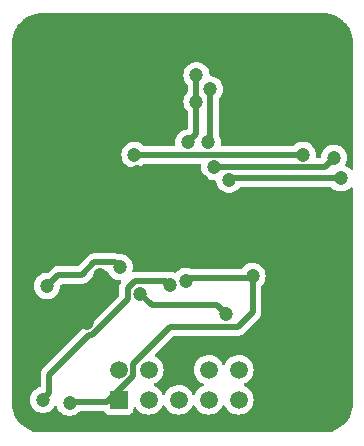
<source format=gbr>
%TF.GenerationSoftware,KiCad,Pcbnew,8.0.5*%
%TF.CreationDate,2024-11-27T14:16:46+01:00*%
%TF.ProjectId,TOF_PCB,544f465f-5043-4422-9e6b-696361645f70,rev?*%
%TF.SameCoordinates,Original*%
%TF.FileFunction,Copper,L2,Bot*%
%TF.FilePolarity,Positive*%
%FSLAX46Y46*%
G04 Gerber Fmt 4.6, Leading zero omitted, Abs format (unit mm)*
G04 Created by KiCad (PCBNEW 8.0.5) date 2024-11-27 14:16:46*
%MOMM*%
%LPD*%
G01*
G04 APERTURE LIST*
%TA.AperFunction,ComponentPad*%
%ADD10R,1.508000X1.508000*%
%TD*%
%TA.AperFunction,ComponentPad*%
%ADD11C,1.508000*%
%TD*%
%TA.AperFunction,ViaPad*%
%ADD12C,1.200000*%
%TD*%
%TA.AperFunction,Conductor*%
%ADD13C,0.500000*%
%TD*%
G04 APERTURE END LIST*
D10*
%TO.P,U101,1,INT_I*%
%TO.N,/TOFA_GPIO1*%
X170160000Y-117240000D03*
D11*
%TO.P,U101,2,SCL_I*%
%TO.N,/I2C_MAIN_SCL*%
X170160000Y-114700000D03*
%TO.P,U101,3,XSDN_I*%
%TO.N,/TOFA_XSHUT*%
X172700000Y-117240000D03*
%TO.P,U101,4,SDA_I*%
%TO.N,/I2C_MAIN_SDA*%
X172700000Y-114700000D03*
%TO.P,U101,5,VDD*%
%TO.N,+5V*%
X175240000Y-117240000D03*
%TO.P,U101,6,GND*%
%TO.N,GND*%
X175240000Y-114700000D03*
%TO.P,U101,7,NC*%
%TO.N,unconnected-(U101-NC-Pad7)*%
X177780000Y-117240000D03*
%TO.P,U101,8,NC*%
%TO.N,unconnected-(U101-NC-Pad8)*%
X177780000Y-114700000D03*
%TO.P,U101,9,NC1_I*%
%TO.N,unconnected-(U101-NC1_I-Pad9)*%
X180320000Y-117240000D03*
%TO.P,U101,10,NC0_I*%
%TO.N,unconnected-(U101-NC0_I-Pad10)*%
X180320000Y-114700000D03*
%TD*%
D12*
%TO.N,GND*%
X188750000Y-102500000D03*
X163000000Y-114750000D03*
X177200000Y-98750000D03*
X171715000Y-97915000D03*
X182000000Y-102500000D03*
X169500000Y-102500000D03*
X167500000Y-110700000D03*
X168550000Y-106632537D03*
%TO.N,+5V*%
X171500000Y-96500000D03*
X185750000Y-96500000D03*
%TO.N,/TOFB_GPIO1*%
X172000000Y-108250000D03*
X179250000Y-110000000D03*
X170250000Y-106000000D03*
X164100000Y-107600000D03*
%TO.N,/I2C_MAIN_SCL*%
X176750000Y-91995000D03*
X176750000Y-89750000D03*
X176034923Y-95450000D03*
%TO.N,/I2C_MAIN_SDA*%
X177900000Y-90945000D03*
X177750000Y-95450000D03*
%TO.N,/TOFC_XSHUT*%
X188390000Y-96750000D03*
X178250000Y-97550000D03*
%TO.N,/TOFC_GPIO1*%
X179500000Y-98600000D03*
X189000000Y-98500000D03*
%TO.N,/TOFA_XSHUT*%
X163750000Y-117250000D03*
X174500000Y-107500000D03*
%TO.N,/TOFA_GPIO1*%
X166000000Y-117500000D03*
X181500000Y-106750000D03*
X175863510Y-107182445D03*
%TD*%
D13*
%TO.N,/TOFA_XSHUT*%
X171550000Y-107200000D02*
X174200000Y-107200000D01*
X164300000Y-115100000D02*
X167650000Y-111750000D01*
X170950000Y-107800000D02*
X171550000Y-107200000D01*
X163750000Y-117250000D02*
X164300000Y-116700000D01*
X164300000Y-116700000D02*
X164300000Y-115100000D01*
X167650000Y-111750000D02*
X167934925Y-111750000D01*
X167934925Y-111750000D02*
X170950000Y-108734925D01*
X170950000Y-108734925D02*
X170950000Y-107800000D01*
X174200000Y-107200000D02*
X174500000Y-107500000D01*
%TO.N,GND*%
X182000000Y-102500000D02*
X188750000Y-102500000D01*
X167050000Y-110700000D02*
X163000000Y-114750000D01*
X167500000Y-110700000D02*
X167050000Y-110700000D01*
X172550000Y-98750000D02*
X177200000Y-98750000D01*
X182000000Y-102500000D02*
X169500000Y-102500000D01*
X171715000Y-97915000D02*
X172550000Y-98750000D01*
X167500000Y-110700000D02*
X167750000Y-110450000D01*
X167750000Y-110450000D02*
X167750000Y-107432537D01*
X167750000Y-107432537D02*
X168550000Y-106632537D01*
%TO.N,+5V*%
X171500000Y-96500000D02*
X185750000Y-96500000D01*
%TO.N,/TOFB_GPIO1*%
X179250000Y-110000000D02*
X178500000Y-109250000D01*
X168115075Y-105582537D02*
X169832537Y-105582537D01*
X169832537Y-105582537D02*
X170250000Y-106000000D01*
X165052388Y-106647612D02*
X167050000Y-106647612D01*
X167050000Y-106647612D02*
X168115075Y-105582537D01*
X173000000Y-109250000D02*
X172000000Y-108250000D01*
X178500000Y-109250000D02*
X173000000Y-109250000D01*
X164100000Y-107600000D02*
X165052388Y-106647612D01*
%TO.N,/I2C_MAIN_SCL*%
X176995000Y-91750000D02*
X176750000Y-91995000D01*
X176034923Y-95450000D02*
X176750000Y-94734923D01*
X176750000Y-94734923D02*
X176750000Y-91995000D01*
X176750000Y-89750000D02*
X176750000Y-91750000D01*
X176750000Y-91750000D02*
X176995000Y-91750000D01*
%TO.N,/I2C_MAIN_SDA*%
X177900000Y-95300000D02*
X177750000Y-95450000D01*
X177900000Y-90945000D02*
X177900000Y-95300000D01*
%TO.N,/TOFC_XSHUT*%
X188390000Y-96750000D02*
X187590000Y-97550000D01*
X187590000Y-97550000D02*
X178250000Y-97550000D01*
%TO.N,/TOFC_GPIO1*%
X189000000Y-98500000D02*
X179600000Y-98500000D01*
X179600000Y-98500000D02*
X179500000Y-98600000D01*
%TO.N,/TOFA_GPIO1*%
X166000000Y-117500000D02*
X166100000Y-117400000D01*
X166100000Y-117400000D02*
X169162714Y-117400000D01*
X181500000Y-109800000D02*
X181500000Y-106750000D01*
X180250000Y-111050000D02*
X181500000Y-109800000D01*
X174515286Y-111050000D02*
X180250000Y-111050000D01*
X171364000Y-115198714D02*
X171364000Y-114201286D01*
X171364000Y-114201286D02*
X174515286Y-111050000D01*
X169162714Y-117400000D02*
X171364000Y-115198714D01*
X175863510Y-107182445D02*
X176095955Y-106950000D01*
X176095955Y-106950000D02*
X181300000Y-106950000D01*
X181300000Y-106950000D02*
X181500000Y-106750000D01*
%TD*%
%TA.AperFunction,Conductor*%
%TO.N,GND*%
G36*
X163696106Y-84500525D02*
G01*
X163755603Y-84501748D01*
X163755603Y-84501747D01*
X163755606Y-84501748D01*
X163760043Y-84501256D01*
X163773712Y-84500500D01*
X187496249Y-84500500D01*
X187503736Y-84500726D01*
X187793796Y-84518271D01*
X187808657Y-84520075D01*
X188090798Y-84571780D01*
X188105335Y-84575363D01*
X188379172Y-84660695D01*
X188393163Y-84666000D01*
X188654743Y-84783727D01*
X188667989Y-84790680D01*
X188913465Y-84939075D01*
X188925776Y-84947573D01*
X189047218Y-85042716D01*
X189151573Y-85124473D01*
X189162781Y-85134403D01*
X189365596Y-85337218D01*
X189375526Y-85348426D01*
X189495481Y-85501538D01*
X189552422Y-85574217D01*
X189560928Y-85586540D01*
X189709316Y-85832004D01*
X189716275Y-85845263D01*
X189833997Y-86106831D01*
X189839306Y-86120832D01*
X189924635Y-86394663D01*
X189928219Y-86409201D01*
X189979923Y-86691340D01*
X189981728Y-86706205D01*
X189999274Y-86996263D01*
X189999500Y-87003750D01*
X189999500Y-97641173D01*
X189979815Y-97708212D01*
X189927011Y-97753967D01*
X189857853Y-97763911D01*
X189794297Y-97734886D01*
X189791962Y-97732810D01*
X189666042Y-97618019D01*
X189666039Y-97618017D01*
X189492642Y-97510655D01*
X189492640Y-97510654D01*
X189492637Y-97510652D01*
X189492634Y-97510651D01*
X189492629Y-97510648D01*
X189408213Y-97477945D01*
X189352812Y-97435372D01*
X189329222Y-97369605D01*
X189342007Y-97307050D01*
X189420582Y-97149250D01*
X189476397Y-96953083D01*
X189495215Y-96750000D01*
X189476397Y-96546917D01*
X189420582Y-96350750D01*
X189329673Y-96168179D01*
X189206764Y-96005421D01*
X189206762Y-96005418D01*
X189056041Y-95868019D01*
X189056039Y-95868017D01*
X188882642Y-95760655D01*
X188882635Y-95760651D01*
X188770311Y-95717137D01*
X188692456Y-95686976D01*
X188491976Y-95649500D01*
X188288024Y-95649500D01*
X188087544Y-95686976D01*
X188087541Y-95686976D01*
X188087541Y-95686977D01*
X187897364Y-95760651D01*
X187897357Y-95760655D01*
X187723960Y-95868017D01*
X187723958Y-95868019D01*
X187573237Y-96005418D01*
X187450327Y-96168178D01*
X187359422Y-96350739D01*
X187359417Y-96350752D01*
X187303602Y-96546917D01*
X187290628Y-96686941D01*
X187264842Y-96751878D01*
X187208041Y-96792566D01*
X187167157Y-96799500D01*
X186963484Y-96799500D01*
X186896445Y-96779815D01*
X186850690Y-96727011D01*
X186840013Y-96664059D01*
X186855215Y-96500000D01*
X186855215Y-96499999D01*
X186836397Y-96296917D01*
X186799767Y-96168178D01*
X186780582Y-96100750D01*
X186689673Y-95918179D01*
X186570717Y-95760655D01*
X186566762Y-95755418D01*
X186416041Y-95618019D01*
X186416039Y-95618017D01*
X186242642Y-95510655D01*
X186242635Y-95510651D01*
X186086072Y-95449999D01*
X186052456Y-95436976D01*
X185851976Y-95399500D01*
X185648024Y-95399500D01*
X185447544Y-95436976D01*
X185447541Y-95436976D01*
X185447541Y-95436977D01*
X185257364Y-95510651D01*
X185257357Y-95510655D01*
X185083960Y-95618017D01*
X185083958Y-95618019D01*
X184975231Y-95717137D01*
X184912427Y-95747754D01*
X184891693Y-95749500D01*
X178963484Y-95749500D01*
X178896445Y-95729815D01*
X178850690Y-95677011D01*
X178840013Y-95614059D01*
X178855215Y-95450000D01*
X178855215Y-95449999D01*
X178836397Y-95246917D01*
X178780582Y-95050750D01*
X178689673Y-94868179D01*
X178675543Y-94849467D01*
X178650854Y-94784105D01*
X178650500Y-94774744D01*
X178650500Y-91804738D01*
X178670185Y-91737699D01*
X178690962Y-91713101D01*
X178701938Y-91703093D01*
X178716764Y-91689579D01*
X178839673Y-91526821D01*
X178930582Y-91344250D01*
X178986397Y-91148083D01*
X179005215Y-90945000D01*
X178986397Y-90741917D01*
X178930582Y-90545750D01*
X178839673Y-90363179D01*
X178716764Y-90200421D01*
X178716762Y-90200418D01*
X178566041Y-90063019D01*
X178566039Y-90063017D01*
X178392642Y-89955655D01*
X178392635Y-89955651D01*
X178297546Y-89918814D01*
X178202456Y-89881976D01*
X178001976Y-89844500D01*
X178001974Y-89844500D01*
X177977013Y-89844500D01*
X177909974Y-89824815D01*
X177864219Y-89772011D01*
X177853542Y-89731941D01*
X177836397Y-89546918D01*
X177836397Y-89546917D01*
X177780582Y-89350750D01*
X177689673Y-89168179D01*
X177566764Y-89005421D01*
X177566762Y-89005418D01*
X177416041Y-88868019D01*
X177416039Y-88868017D01*
X177242642Y-88760655D01*
X177242635Y-88760651D01*
X177147546Y-88723814D01*
X177052456Y-88686976D01*
X176851976Y-88649500D01*
X176648024Y-88649500D01*
X176447544Y-88686976D01*
X176447541Y-88686976D01*
X176447541Y-88686977D01*
X176257364Y-88760651D01*
X176257357Y-88760655D01*
X176083960Y-88868017D01*
X176083958Y-88868019D01*
X175933237Y-89005418D01*
X175810327Y-89168178D01*
X175719422Y-89350739D01*
X175719417Y-89350752D01*
X175663602Y-89546917D01*
X175644785Y-89749999D01*
X175644785Y-89750000D01*
X175663602Y-89953082D01*
X175719417Y-90149247D01*
X175719422Y-90149260D01*
X175810327Y-90331821D01*
X175933237Y-90494580D01*
X175959038Y-90518101D01*
X175995320Y-90577812D01*
X175999500Y-90609738D01*
X175999500Y-91135261D01*
X175979815Y-91202300D01*
X175959040Y-91226897D01*
X175933235Y-91250421D01*
X175810327Y-91413178D01*
X175719422Y-91595739D01*
X175719417Y-91595752D01*
X175663602Y-91791917D01*
X175644785Y-91994999D01*
X175644785Y-91995000D01*
X175663602Y-92198082D01*
X175719417Y-92394247D01*
X175719422Y-92394260D01*
X175810327Y-92576821D01*
X175933237Y-92739580D01*
X175959038Y-92763101D01*
X175995320Y-92822812D01*
X175999500Y-92854738D01*
X175999500Y-94234090D01*
X175979815Y-94301129D01*
X175927011Y-94346884D01*
X175898286Y-94355979D01*
X175819559Y-94370695D01*
X175732467Y-94386976D01*
X175732465Y-94386976D01*
X175732463Y-94386977D01*
X175542287Y-94460651D01*
X175542280Y-94460655D01*
X175368883Y-94568017D01*
X175368881Y-94568019D01*
X175218160Y-94705418D01*
X175095250Y-94868178D01*
X175004345Y-95050739D01*
X175004340Y-95050752D01*
X174948525Y-95246917D01*
X174929708Y-95449999D01*
X174929708Y-95450000D01*
X174944910Y-95614059D01*
X174931495Y-95682629D01*
X174883138Y-95733060D01*
X174821439Y-95749500D01*
X172358307Y-95749500D01*
X172291268Y-95729815D01*
X172274769Y-95717137D01*
X172166041Y-95618019D01*
X172166039Y-95618017D01*
X171992642Y-95510655D01*
X171992635Y-95510651D01*
X171836072Y-95449999D01*
X171802456Y-95436976D01*
X171601976Y-95399500D01*
X171398024Y-95399500D01*
X171197544Y-95436976D01*
X171197541Y-95436976D01*
X171197541Y-95436977D01*
X171007364Y-95510651D01*
X171007357Y-95510655D01*
X170833960Y-95618017D01*
X170833958Y-95618019D01*
X170683237Y-95755418D01*
X170560327Y-95918178D01*
X170469422Y-96100739D01*
X170469417Y-96100752D01*
X170413602Y-96296917D01*
X170394785Y-96499999D01*
X170394785Y-96500000D01*
X170413602Y-96703082D01*
X170469417Y-96899247D01*
X170469422Y-96899260D01*
X170560327Y-97081821D01*
X170683237Y-97244581D01*
X170833958Y-97381980D01*
X170833960Y-97381982D01*
X170908970Y-97428426D01*
X171007363Y-97489348D01*
X171197544Y-97563024D01*
X171398024Y-97600500D01*
X171398026Y-97600500D01*
X171601974Y-97600500D01*
X171601976Y-97600500D01*
X171802456Y-97563024D01*
X171992637Y-97489348D01*
X172166041Y-97381981D01*
X172248240Y-97307047D01*
X172274769Y-97282863D01*
X172337573Y-97252246D01*
X172358307Y-97250500D01*
X177036516Y-97250500D01*
X177103555Y-97270185D01*
X177149310Y-97322989D01*
X177159987Y-97385941D01*
X177144785Y-97549999D01*
X177144785Y-97550000D01*
X177163602Y-97753082D01*
X177219417Y-97949247D01*
X177219422Y-97949260D01*
X177310327Y-98131821D01*
X177433237Y-98294581D01*
X177583958Y-98431980D01*
X177583960Y-98431982D01*
X177683141Y-98493392D01*
X177757363Y-98539348D01*
X177947544Y-98613024D01*
X178148024Y-98650500D01*
X178148026Y-98650500D01*
X178286423Y-98650500D01*
X178353462Y-98670185D01*
X178399217Y-98722989D01*
X178409894Y-98763058D01*
X178413603Y-98803083D01*
X178469417Y-98999247D01*
X178469422Y-98999260D01*
X178560327Y-99181821D01*
X178683237Y-99344581D01*
X178833958Y-99481980D01*
X178833960Y-99481982D01*
X178845857Y-99489348D01*
X179007363Y-99589348D01*
X179197544Y-99663024D01*
X179398024Y-99700500D01*
X179398026Y-99700500D01*
X179601974Y-99700500D01*
X179601976Y-99700500D01*
X179802456Y-99663024D01*
X179992637Y-99589348D01*
X180166041Y-99481981D01*
X180316764Y-99344579D01*
X180350600Y-99299773D01*
X180406709Y-99258137D01*
X180449554Y-99250500D01*
X188141693Y-99250500D01*
X188208732Y-99270185D01*
X188225231Y-99282863D01*
X188333958Y-99381980D01*
X188333960Y-99381982D01*
X188433141Y-99443392D01*
X188507363Y-99489348D01*
X188697544Y-99563024D01*
X188898024Y-99600500D01*
X188898026Y-99600500D01*
X189101974Y-99600500D01*
X189101976Y-99600500D01*
X189302456Y-99563024D01*
X189492637Y-99489348D01*
X189666041Y-99381981D01*
X189791962Y-99267189D01*
X189854766Y-99236572D01*
X189924153Y-99244769D01*
X189978093Y-99289179D01*
X189999461Y-99355701D01*
X189999500Y-99358826D01*
X189999500Y-117496249D01*
X189999274Y-117503736D01*
X189981728Y-117793794D01*
X189979923Y-117808659D01*
X189928219Y-118090798D01*
X189924635Y-118105336D01*
X189839306Y-118379167D01*
X189833997Y-118393168D01*
X189716275Y-118654736D01*
X189709316Y-118667995D01*
X189560928Y-118913459D01*
X189552422Y-118925782D01*
X189375526Y-119151573D01*
X189365596Y-119162781D01*
X189162781Y-119365596D01*
X189151573Y-119375526D01*
X188925782Y-119552422D01*
X188913459Y-119560928D01*
X188667995Y-119709316D01*
X188654736Y-119716275D01*
X188393168Y-119833997D01*
X188379167Y-119839306D01*
X188105336Y-119924635D01*
X188090798Y-119928219D01*
X187808659Y-119979923D01*
X187793794Y-119981728D01*
X187503736Y-119999274D01*
X187496249Y-119999500D01*
X187428011Y-119999500D01*
X187427965Y-119999502D01*
X163625009Y-120000339D01*
X163617631Y-120000120D01*
X163329277Y-119982943D01*
X163314632Y-119981191D01*
X163034011Y-119930556D01*
X163019678Y-119927079D01*
X162747042Y-119843480D01*
X162733222Y-119838325D01*
X162472436Y-119722942D01*
X162459327Y-119716182D01*
X162214099Y-119570659D01*
X162201886Y-119562392D01*
X161975667Y-119388779D01*
X161964520Y-119379119D01*
X161760510Y-119179867D01*
X161750591Y-119168952D01*
X161571683Y-118946890D01*
X161563135Y-118934884D01*
X161411856Y-118693143D01*
X161404790Y-118680198D01*
X161396020Y-118661576D01*
X161283290Y-118422215D01*
X161277812Y-118408527D01*
X161268982Y-118381982D01*
X161187797Y-118137928D01*
X161183987Y-118123698D01*
X161126738Y-117844320D01*
X161124645Y-117829741D01*
X161100945Y-117545216D01*
X161100518Y-117534792D01*
X161100874Y-117249999D01*
X162644785Y-117249999D01*
X162644785Y-117250000D01*
X162663602Y-117453082D01*
X162719417Y-117649247D01*
X162719422Y-117649260D01*
X162810327Y-117831821D01*
X162933237Y-117994581D01*
X163083958Y-118131980D01*
X163083960Y-118131982D01*
X163183141Y-118193392D01*
X163257363Y-118239348D01*
X163447544Y-118313024D01*
X163648024Y-118350500D01*
X163648026Y-118350500D01*
X163851974Y-118350500D01*
X163851976Y-118350500D01*
X164052456Y-118313024D01*
X164242637Y-118239348D01*
X164416041Y-118131981D01*
X164566764Y-117994579D01*
X164689673Y-117831821D01*
X164712814Y-117785346D01*
X164760315Y-117734110D01*
X164827978Y-117716688D01*
X164894319Y-117738613D01*
X164938275Y-117792923D01*
X164943080Y-117806683D01*
X164969417Y-117899247D01*
X164969422Y-117899260D01*
X165060327Y-118081821D01*
X165183237Y-118244581D01*
X165333958Y-118381980D01*
X165333960Y-118381982D01*
X165424099Y-118437793D01*
X165507363Y-118489348D01*
X165697544Y-118563024D01*
X165898024Y-118600500D01*
X165898026Y-118600500D01*
X166101974Y-118600500D01*
X166101976Y-118600500D01*
X166302456Y-118563024D01*
X166492637Y-118489348D01*
X166666041Y-118381981D01*
X166816764Y-118244579D01*
X166850600Y-118199773D01*
X166906709Y-118158137D01*
X166949554Y-118150500D01*
X168844096Y-118150500D01*
X168911135Y-118170185D01*
X168956890Y-118222989D01*
X168960279Y-118231171D01*
X168962201Y-118236327D01*
X168962206Y-118236335D01*
X169048452Y-118351544D01*
X169048455Y-118351547D01*
X169163664Y-118437793D01*
X169163671Y-118437797D01*
X169298517Y-118488091D01*
X169298516Y-118488091D01*
X169305444Y-118488835D01*
X169358127Y-118494500D01*
X170961872Y-118494499D01*
X171021483Y-118488091D01*
X171156331Y-118437796D01*
X171271546Y-118351546D01*
X171357796Y-118236331D01*
X171408091Y-118101483D01*
X171414500Y-118041873D01*
X171414499Y-117984545D01*
X171434182Y-117917509D01*
X171486986Y-117871753D01*
X171556144Y-117861809D01*
X171619700Y-117890833D01*
X171640073Y-117913422D01*
X171735326Y-118049457D01*
X171735327Y-118049458D01*
X171890541Y-118204672D01*
X171890547Y-118204677D01*
X172070349Y-118330576D01*
X172070351Y-118330577D01*
X172070354Y-118330579D01*
X172269297Y-118423347D01*
X172481326Y-118480161D01*
X172637521Y-118493826D01*
X172699998Y-118499292D01*
X172700000Y-118499292D01*
X172700002Y-118499292D01*
X172754797Y-118494498D01*
X172918674Y-118480161D01*
X173130703Y-118423347D01*
X173329646Y-118330579D01*
X173509457Y-118204674D01*
X173664674Y-118049457D01*
X173790579Y-117869646D01*
X173857618Y-117725878D01*
X173903790Y-117673439D01*
X173970983Y-117654287D01*
X174037864Y-117674502D01*
X174082381Y-117725878D01*
X174113645Y-117792923D01*
X174149419Y-117869642D01*
X174149423Y-117869650D01*
X174275322Y-118049452D01*
X174275327Y-118049458D01*
X174430541Y-118204672D01*
X174430547Y-118204677D01*
X174610349Y-118330576D01*
X174610351Y-118330577D01*
X174610354Y-118330579D01*
X174809297Y-118423347D01*
X175021326Y-118480161D01*
X175177521Y-118493826D01*
X175239998Y-118499292D01*
X175240000Y-118499292D01*
X175240002Y-118499292D01*
X175294797Y-118494498D01*
X175458674Y-118480161D01*
X175670703Y-118423347D01*
X175869646Y-118330579D01*
X176049457Y-118204674D01*
X176204674Y-118049457D01*
X176330579Y-117869646D01*
X176397618Y-117725878D01*
X176443790Y-117673439D01*
X176510983Y-117654287D01*
X176577864Y-117674502D01*
X176622381Y-117725878D01*
X176653645Y-117792923D01*
X176689419Y-117869642D01*
X176689423Y-117869650D01*
X176815322Y-118049452D01*
X176815327Y-118049458D01*
X176970541Y-118204672D01*
X176970547Y-118204677D01*
X177150349Y-118330576D01*
X177150351Y-118330577D01*
X177150354Y-118330579D01*
X177349297Y-118423347D01*
X177561326Y-118480161D01*
X177717521Y-118493826D01*
X177779998Y-118499292D01*
X177780000Y-118499292D01*
X177780002Y-118499292D01*
X177834797Y-118494498D01*
X177998674Y-118480161D01*
X178210703Y-118423347D01*
X178409646Y-118330579D01*
X178589457Y-118204674D01*
X178744674Y-118049457D01*
X178870579Y-117869646D01*
X178937618Y-117725878D01*
X178983790Y-117673439D01*
X179050983Y-117654287D01*
X179117864Y-117674502D01*
X179162381Y-117725878D01*
X179193645Y-117792923D01*
X179229419Y-117869642D01*
X179229423Y-117869650D01*
X179355322Y-118049452D01*
X179355327Y-118049458D01*
X179510541Y-118204672D01*
X179510547Y-118204677D01*
X179690349Y-118330576D01*
X179690351Y-118330577D01*
X179690354Y-118330579D01*
X179889297Y-118423347D01*
X180101326Y-118480161D01*
X180257521Y-118493826D01*
X180319998Y-118499292D01*
X180320000Y-118499292D01*
X180320002Y-118499292D01*
X180374797Y-118494498D01*
X180538674Y-118480161D01*
X180750703Y-118423347D01*
X180949646Y-118330579D01*
X181129457Y-118204674D01*
X181284674Y-118049457D01*
X181410579Y-117869646D01*
X181503347Y-117670703D01*
X181560161Y-117458674D01*
X181579292Y-117240000D01*
X181560161Y-117021326D01*
X181503347Y-116809297D01*
X181410579Y-116610354D01*
X181410577Y-116610351D01*
X181410576Y-116610349D01*
X181284677Y-116430547D01*
X181284672Y-116430541D01*
X181129458Y-116275327D01*
X181129452Y-116275322D01*
X180949650Y-116149423D01*
X180949642Y-116149419D01*
X180805879Y-116082382D01*
X180753439Y-116036210D01*
X180734287Y-115969017D01*
X180754502Y-115902136D01*
X180805879Y-115857618D01*
X180826608Y-115847952D01*
X180949646Y-115790579D01*
X181129457Y-115664674D01*
X181284674Y-115509457D01*
X181410579Y-115329646D01*
X181503347Y-115130703D01*
X181560161Y-114918674D01*
X181579292Y-114700000D01*
X181560161Y-114481326D01*
X181503347Y-114269297D01*
X181410579Y-114070354D01*
X181410577Y-114070351D01*
X181410576Y-114070349D01*
X181284677Y-113890547D01*
X181284672Y-113890541D01*
X181129458Y-113735327D01*
X181129452Y-113735322D01*
X180949650Y-113609423D01*
X180949642Y-113609419D01*
X180750708Y-113516655D01*
X180750706Y-113516654D01*
X180750703Y-113516653D01*
X180582361Y-113471545D01*
X180538675Y-113459839D01*
X180538668Y-113459838D01*
X180320002Y-113440708D01*
X180319998Y-113440708D01*
X180101331Y-113459838D01*
X180101324Y-113459839D01*
X179978902Y-113492642D01*
X179889297Y-113516653D01*
X179889295Y-113516653D01*
X179889291Y-113516655D01*
X179690357Y-113609419D01*
X179690349Y-113609423D01*
X179510547Y-113735322D01*
X179510541Y-113735327D01*
X179355327Y-113890541D01*
X179355322Y-113890547D01*
X179229423Y-114070349D01*
X179229419Y-114070357D01*
X179162382Y-114214120D01*
X179116210Y-114266560D01*
X179049017Y-114285712D01*
X178982135Y-114265496D01*
X178937618Y-114214120D01*
X178870580Y-114070357D01*
X178870579Y-114070354D01*
X178870577Y-114070351D01*
X178870576Y-114070349D01*
X178744677Y-113890547D01*
X178744672Y-113890541D01*
X178589458Y-113735327D01*
X178589452Y-113735322D01*
X178409650Y-113609423D01*
X178409642Y-113609419D01*
X178210708Y-113516655D01*
X178210706Y-113516654D01*
X178210703Y-113516653D01*
X178042361Y-113471545D01*
X177998675Y-113459839D01*
X177998668Y-113459838D01*
X177780002Y-113440708D01*
X177779998Y-113440708D01*
X177561331Y-113459838D01*
X177561324Y-113459839D01*
X177438902Y-113492642D01*
X177349297Y-113516653D01*
X177349295Y-113516653D01*
X177349291Y-113516655D01*
X177150357Y-113609419D01*
X177150349Y-113609423D01*
X176970547Y-113735322D01*
X176970541Y-113735327D01*
X176815327Y-113890541D01*
X176815322Y-113890547D01*
X176689423Y-114070349D01*
X176689419Y-114070357D01*
X176596655Y-114269291D01*
X176539839Y-114481324D01*
X176539838Y-114481331D01*
X176520708Y-114699997D01*
X176520708Y-114700002D01*
X176536550Y-114881087D01*
X176539839Y-114918674D01*
X176596653Y-115130703D01*
X176596654Y-115130706D01*
X176596655Y-115130708D01*
X176689419Y-115329642D01*
X176689423Y-115329650D01*
X176815322Y-115509452D01*
X176815327Y-115509458D01*
X176970541Y-115664672D01*
X176970547Y-115664677D01*
X177150349Y-115790576D01*
X177150351Y-115790577D01*
X177150354Y-115790579D01*
X177234963Y-115830032D01*
X177294120Y-115857618D01*
X177346560Y-115903790D01*
X177365712Y-115970983D01*
X177345496Y-116037865D01*
X177294120Y-116082382D01*
X177150357Y-116149419D01*
X177150349Y-116149423D01*
X176970547Y-116275322D01*
X176970541Y-116275327D01*
X176815327Y-116430541D01*
X176815322Y-116430547D01*
X176689423Y-116610349D01*
X176689419Y-116610357D01*
X176622382Y-116754120D01*
X176576210Y-116806560D01*
X176509017Y-116825712D01*
X176442135Y-116805496D01*
X176397618Y-116754120D01*
X176357543Y-116668179D01*
X176330579Y-116610354D01*
X176330577Y-116610351D01*
X176330576Y-116610349D01*
X176204677Y-116430547D01*
X176204672Y-116430541D01*
X176049458Y-116275327D01*
X176049452Y-116275322D01*
X175869650Y-116149423D01*
X175869642Y-116149419D01*
X175670708Y-116056655D01*
X175670706Y-116056654D01*
X175670703Y-116056653D01*
X175519885Y-116016240D01*
X175458675Y-115999839D01*
X175458668Y-115999838D01*
X175240002Y-115980708D01*
X175239998Y-115980708D01*
X175021331Y-115999838D01*
X175021324Y-115999839D01*
X174898902Y-116032642D01*
X174809297Y-116056653D01*
X174809295Y-116056653D01*
X174809291Y-116056655D01*
X174610357Y-116149419D01*
X174610349Y-116149423D01*
X174430547Y-116275322D01*
X174430541Y-116275327D01*
X174275327Y-116430541D01*
X174275322Y-116430547D01*
X174149423Y-116610349D01*
X174149419Y-116610357D01*
X174082382Y-116754120D01*
X174036210Y-116806560D01*
X173969017Y-116825712D01*
X173902135Y-116805496D01*
X173857618Y-116754120D01*
X173817543Y-116668179D01*
X173790579Y-116610354D01*
X173790577Y-116610351D01*
X173790576Y-116610349D01*
X173664677Y-116430547D01*
X173664672Y-116430541D01*
X173509458Y-116275327D01*
X173509452Y-116275322D01*
X173329650Y-116149423D01*
X173329642Y-116149419D01*
X173185879Y-116082382D01*
X173133439Y-116036210D01*
X173114287Y-115969017D01*
X173134502Y-115902136D01*
X173185879Y-115857618D01*
X173206608Y-115847952D01*
X173329646Y-115790579D01*
X173509457Y-115664674D01*
X173664674Y-115509457D01*
X173790579Y-115329646D01*
X173883347Y-115130703D01*
X173940161Y-114918674D01*
X173959292Y-114700000D01*
X173940161Y-114481326D01*
X173883347Y-114269297D01*
X173790579Y-114070354D01*
X173790577Y-114070351D01*
X173790576Y-114070349D01*
X173664677Y-113890547D01*
X173664672Y-113890541D01*
X173509458Y-113735327D01*
X173509452Y-113735322D01*
X173329650Y-113609423D01*
X173329642Y-113609419D01*
X173277082Y-113584910D01*
X173224642Y-113538738D01*
X173205490Y-113471545D01*
X173225706Y-113404663D01*
X173241800Y-113384852D01*
X174789834Y-111836819D01*
X174851157Y-111803334D01*
X174877515Y-111800500D01*
X180323920Y-111800500D01*
X180421462Y-111781096D01*
X180468913Y-111771658D01*
X180605495Y-111715084D01*
X180663866Y-111676082D01*
X180663866Y-111676081D01*
X180663868Y-111676081D01*
X180696141Y-111654517D01*
X180728416Y-111632952D01*
X182082952Y-110278416D01*
X182143194Y-110188256D01*
X182165084Y-110155495D01*
X182221658Y-110018913D01*
X182242311Y-109915085D01*
X182250500Y-109873920D01*
X182250500Y-107609738D01*
X182270185Y-107542699D01*
X182290962Y-107518101D01*
X182301938Y-107508093D01*
X182316764Y-107494579D01*
X182439673Y-107331821D01*
X182530582Y-107149250D01*
X182586397Y-106953083D01*
X182605215Y-106750000D01*
X182586397Y-106546917D01*
X182530582Y-106350750D01*
X182523173Y-106335871D01*
X182452082Y-106193100D01*
X182439673Y-106168179D01*
X182316764Y-106005421D01*
X182316762Y-106005418D01*
X182166041Y-105868019D01*
X182166039Y-105868017D01*
X181992642Y-105760655D01*
X181992635Y-105760651D01*
X181897546Y-105723814D01*
X181802456Y-105686976D01*
X181601976Y-105649500D01*
X181398024Y-105649500D01*
X181197544Y-105686976D01*
X181197541Y-105686976D01*
X181197541Y-105686977D01*
X181007364Y-105760651D01*
X181007357Y-105760655D01*
X180833960Y-105868017D01*
X180833958Y-105868019D01*
X180683237Y-106005418D01*
X180573884Y-106150227D01*
X180517775Y-106191863D01*
X180474930Y-106199500D01*
X176395856Y-106199500D01*
X176351062Y-106191127D01*
X176245486Y-106150227D01*
X176165966Y-106119421D01*
X175965486Y-106081945D01*
X175761534Y-106081945D01*
X175561054Y-106119421D01*
X175561051Y-106119421D01*
X175561051Y-106119422D01*
X175370874Y-106193096D01*
X175370867Y-106193100D01*
X175197470Y-106300462D01*
X175197468Y-106300464D01*
X175046746Y-106437864D01*
X175042885Y-106442101D01*
X175041476Y-106440817D01*
X174992266Y-106477315D01*
X174922553Y-106481988D01*
X174904658Y-106476568D01*
X174802461Y-106436977D01*
X174802456Y-106436976D01*
X174601976Y-106399500D01*
X174398024Y-106399500D01*
X174197544Y-106436976D01*
X174197542Y-106436976D01*
X174197540Y-106436977D01*
X174192010Y-106439119D01*
X174186830Y-106441126D01*
X174142038Y-106449500D01*
X171476082Y-106449500D01*
X171452674Y-106454156D01*
X171383083Y-106447927D01*
X171327906Y-106405064D01*
X171304662Y-106339174D01*
X171309217Y-106298608D01*
X171336397Y-106203083D01*
X171355215Y-106000000D01*
X171336397Y-105796917D01*
X171280582Y-105600750D01*
X171189673Y-105418179D01*
X171066764Y-105255421D01*
X171066762Y-105255418D01*
X170916041Y-105118019D01*
X170916039Y-105118017D01*
X170742642Y-105010655D01*
X170742635Y-105010651D01*
X170647546Y-104973814D01*
X170552456Y-104936976D01*
X170351976Y-104899500D01*
X170169354Y-104899500D01*
X170121903Y-104890061D01*
X170051450Y-104860879D01*
X170051444Y-104860877D01*
X169906457Y-104832037D01*
X169906455Y-104832037D01*
X168041157Y-104832037D01*
X168041151Y-104832037D01*
X168012317Y-104837771D01*
X168012318Y-104837772D01*
X167896168Y-104860876D01*
X167896158Y-104860879D01*
X167816156Y-104894016D01*
X167816157Y-104894017D01*
X167759581Y-104917452D01*
X167730362Y-104936976D01*
X167636657Y-104999586D01*
X167636654Y-104999589D01*
X166775451Y-105860793D01*
X166714128Y-105894278D01*
X166687770Y-105897112D01*
X164978468Y-105897112D01*
X164833480Y-105925952D01*
X164833470Y-105925955D01*
X164696896Y-105982526D01*
X164696893Y-105982527D01*
X164696893Y-105982528D01*
X164662631Y-106005421D01*
X164662630Y-106005420D01*
X164573973Y-106064658D01*
X164573966Y-106064664D01*
X164175451Y-106463181D01*
X164114128Y-106496666D01*
X164087770Y-106499500D01*
X163998024Y-106499500D01*
X163797544Y-106536976D01*
X163797541Y-106536976D01*
X163797541Y-106536977D01*
X163607364Y-106610651D01*
X163607357Y-106610655D01*
X163433960Y-106718017D01*
X163433958Y-106718019D01*
X163283237Y-106855418D01*
X163160327Y-107018178D01*
X163069422Y-107200739D01*
X163069417Y-107200752D01*
X163013602Y-107396917D01*
X162994785Y-107599999D01*
X162994785Y-107600000D01*
X163013602Y-107803082D01*
X163069417Y-107999247D01*
X163069422Y-107999260D01*
X163160327Y-108181821D01*
X163283237Y-108344581D01*
X163433958Y-108481980D01*
X163433960Y-108481982D01*
X163508835Y-108528342D01*
X163607363Y-108589348D01*
X163797544Y-108663024D01*
X163998024Y-108700500D01*
X163998026Y-108700500D01*
X164201974Y-108700500D01*
X164201976Y-108700500D01*
X164402456Y-108663024D01*
X164592637Y-108589348D01*
X164766041Y-108481981D01*
X164916764Y-108344579D01*
X165039673Y-108181821D01*
X165130582Y-107999250D01*
X165186397Y-107803083D01*
X165205215Y-107600000D01*
X165205214Y-107599995D01*
X165205561Y-107596257D01*
X165231347Y-107531319D01*
X165241352Y-107520015D01*
X165326939Y-107434430D01*
X165388262Y-107400945D01*
X165414619Y-107398112D01*
X167123920Y-107398112D01*
X167221462Y-107378708D01*
X167268913Y-107369270D01*
X167405495Y-107312696D01*
X167483385Y-107260652D01*
X167528416Y-107230564D01*
X168389623Y-106369355D01*
X168450946Y-106335871D01*
X168477304Y-106333037D01*
X169109670Y-106333037D01*
X169176709Y-106352722D01*
X169220670Y-106401766D01*
X169310325Y-106581819D01*
X169433237Y-106744581D01*
X169583958Y-106881980D01*
X169583960Y-106881982D01*
X169683141Y-106943392D01*
X169757363Y-106989348D01*
X169947544Y-107063024D01*
X170148024Y-107100500D01*
X170148026Y-107100500D01*
X170288770Y-107100500D01*
X170355809Y-107120185D01*
X170401564Y-107172989D01*
X170411508Y-107242147D01*
X170382483Y-107305703D01*
X170376451Y-107312181D01*
X170367049Y-107321582D01*
X170367045Y-107321586D01*
X170348395Y-107349501D01*
X170348394Y-107349502D01*
X170284916Y-107444503D01*
X170284914Y-107444506D01*
X170228343Y-107581082D01*
X170228340Y-107581092D01*
X170199500Y-107726079D01*
X170199500Y-108372695D01*
X170179815Y-108439734D01*
X170163181Y-108460376D01*
X167660376Y-110963181D01*
X167599053Y-110996666D01*
X167582101Y-110998488D01*
X167582142Y-110998903D01*
X167576079Y-110999499D01*
X167431092Y-111028340D01*
X167431082Y-111028343D01*
X167294511Y-111084912D01*
X167294498Y-111084919D01*
X167171584Y-111167048D01*
X167171580Y-111167051D01*
X163717048Y-114621583D01*
X163697567Y-114650739D01*
X163678216Y-114679702D01*
X163634919Y-114744499D01*
X163634912Y-114744511D01*
X163578343Y-114881082D01*
X163578340Y-114881092D01*
X163549500Y-115026079D01*
X163549500Y-116064949D01*
X163529815Y-116131988D01*
X163477011Y-116177743D01*
X163453030Y-116185335D01*
X163453051Y-116185409D01*
X163450553Y-116186119D01*
X163448287Y-116186837D01*
X163447544Y-116186975D01*
X163257364Y-116260651D01*
X163257357Y-116260655D01*
X163083960Y-116368017D01*
X163083958Y-116368019D01*
X162933237Y-116505418D01*
X162810327Y-116668178D01*
X162719422Y-116850739D01*
X162719417Y-116850752D01*
X162663602Y-117046917D01*
X162644785Y-117249999D01*
X161100874Y-117249999D01*
X161138546Y-87123435D01*
X161139361Y-87109409D01*
X161139651Y-87106887D01*
X161139653Y-87106880D01*
X161138662Y-87046475D01*
X161138646Y-87044351D01*
X161138649Y-87041496D01*
X161138752Y-87036631D01*
X161150049Y-86761389D01*
X161151445Y-86747254D01*
X161193779Y-86477834D01*
X161196789Y-86463942D01*
X161269713Y-86201162D01*
X161274299Y-86187690D01*
X161275628Y-86184416D01*
X161376850Y-85935001D01*
X161382937Y-85922171D01*
X161513779Y-85682877D01*
X161521297Y-85670826D01*
X161678691Y-85448109D01*
X161687556Y-85436981D01*
X161869434Y-85233764D01*
X161879493Y-85223747D01*
X162083457Y-85042712D01*
X162094615Y-85033899D01*
X162317985Y-84877423D01*
X162330069Y-84869954D01*
X162569892Y-84740107D01*
X162582753Y-84734070D01*
X162835886Y-84632554D01*
X162849346Y-84628034D01*
X163112449Y-84556190D01*
X163126333Y-84553243D01*
X163395936Y-84512021D01*
X163410075Y-84510684D01*
X163665530Y-84501256D01*
X163683738Y-84500584D01*
X163688311Y-84500500D01*
X163693561Y-84500500D01*
X163696106Y-84500525D01*
G37*
%TD.AperFunction*%
%TD*%
M02*

</source>
